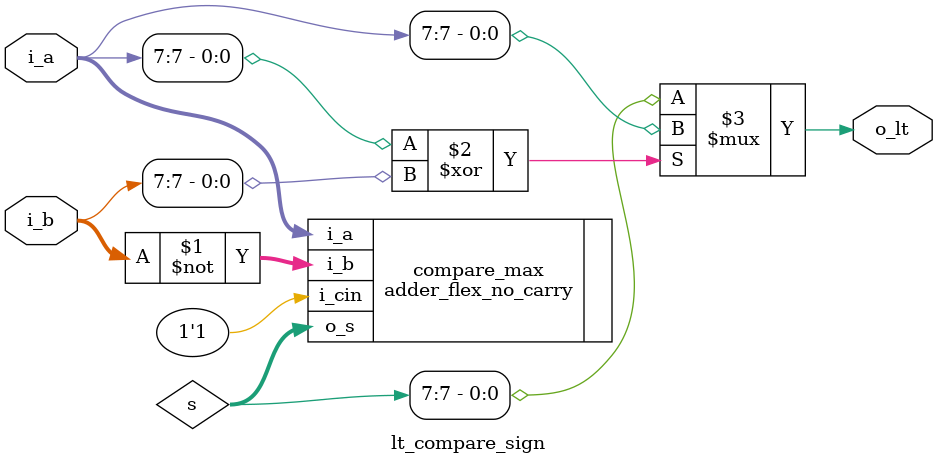
<source format=sv>
module lt_compare_sign #(
    parameter WIDTH = 8
)(
    input  logic [WIDTH - 1:0] i_a ,
    input  logic [WIDTH - 1:0] i_b ,
    output logic               o_lt
);

    logic [WIDTH - 1:0] s;

    adder_flex_no_carry #(
        .WIDTH(WIDTH)
    ) compare_max ( 
        .i_a   (i_a),
        .i_b   (~i_b),
        .i_cin (1'b1),
        .o_s   (s)
    );

    assign o_lt = (i_a[WIDTH-1] ^ i_b[WIDTH-1]) ? i_a[WIDTH-1] : s[WIDTH-1];

endmodule
</source>
